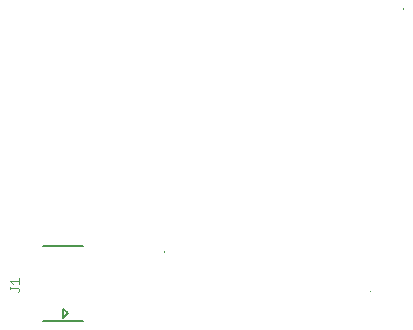
<source format=gbr>
G04 EAGLE Gerber X2 export*
%TF.Part,Single*%
%TF.FileFunction,Legend,Top,1*%
%TF.FilePolarity,Positive*%
%TF.GenerationSoftware,Autodesk,EAGLE,8.6.0*%
%TF.CreationDate,2018-11-20T04:50:41Z*%
G75*
%MOMM*%
%FSLAX34Y34*%
%LPD*%
%AMOC8*
5,1,8,0,0,1.08239X$1,22.5*%
G01*
%ADD10C,0.101600*%
%ADD11C,0.127000*%
%ADD12C,0.076200*%


D10*
X311353Y65735D02*
X311556Y65735D01*
X311556Y65938D01*
X339649Y304241D02*
X339649Y305257D01*
X136957Y99264D02*
X136994Y99262D01*
X137031Y99256D01*
X137067Y99247D01*
X137102Y99233D01*
X137135Y99216D01*
X137166Y99196D01*
X137195Y99173D01*
X137222Y99146D01*
X137245Y99117D01*
X137265Y99086D01*
X137282Y99053D01*
X137296Y99018D01*
X137305Y98982D01*
X137311Y98945D01*
X137313Y98908D01*
D11*
X68562Y103378D02*
X34562Y103378D01*
X34562Y39878D02*
X68562Y39878D01*
D12*
X14360Y65658D02*
X13131Y64429D01*
X14360Y65658D02*
X14360Y66886D01*
X13131Y68115D01*
X6988Y68115D01*
X6988Y66886D02*
X6988Y69344D01*
X9445Y71913D02*
X6988Y74370D01*
X14360Y74370D01*
X14360Y71913D02*
X14360Y76828D01*
D11*
X51562Y50628D02*
X51562Y42628D01*
X55562Y46628D02*
X51562Y50628D01*
X55562Y46628D02*
X51562Y42628D01*
M02*

</source>
